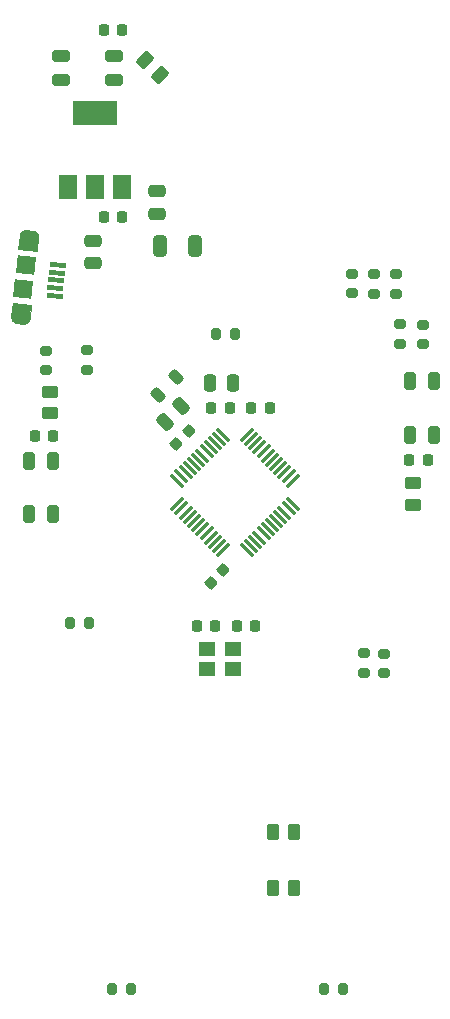
<source format=gbr>
%TF.GenerationSoftware,KiCad,Pcbnew,7.0.8*%
%TF.CreationDate,2024-06-06T10:31:46+02:00*%
%TF.ProjectId,BeerBoard,42656572-426f-4617-9264-2e6b69636164,rev?*%
%TF.SameCoordinates,Original*%
%TF.FileFunction,Paste,Top*%
%TF.FilePolarity,Positive*%
%FSLAX46Y46*%
G04 Gerber Fmt 4.6, Leading zero omitted, Abs format (unit mm)*
G04 Created by KiCad (PCBNEW 7.0.8) date 2024-06-06 10:31:46*
%MOMM*%
%LPD*%
G01*
G04 APERTURE LIST*
G04 Aperture macros list*
%AMRoundRect*
0 Rectangle with rounded corners*
0 $1 Rounding radius*
0 $2 $3 $4 $5 $6 $7 $8 $9 X,Y pos of 4 corners*
0 Add a 4 corners polygon primitive as box body*
4,1,4,$2,$3,$4,$5,$6,$7,$8,$9,$2,$3,0*
0 Add four circle primitives for the rounded corners*
1,1,$1+$1,$2,$3*
1,1,$1+$1,$4,$5*
1,1,$1+$1,$6,$7*
1,1,$1+$1,$8,$9*
0 Add four rect primitives between the rounded corners*
20,1,$1+$1,$2,$3,$4,$5,0*
20,1,$1+$1,$4,$5,$6,$7,0*
20,1,$1+$1,$6,$7,$8,$9,0*
20,1,$1+$1,$8,$9,$2,$3,0*%
%AMRotRect*
0 Rectangle, with rotation*
0 The origin of the aperture is its center*
0 $1 length*
0 $2 width*
0 $3 Rotation angle, in degrees counterclockwise*
0 Add horizontal line*
21,1,$1,$2,0,0,$3*%
G04 Aperture macros list end*
%ADD10C,0.010000*%
%ADD11RoundRect,0.250000X-0.250000X0.500000X-0.250000X-0.500000X0.250000X-0.500000X0.250000X0.500000X0*%
%ADD12RoundRect,0.225000X-0.225000X-0.250000X0.225000X-0.250000X0.225000X0.250000X-0.225000X0.250000X0*%
%ADD13RoundRect,0.225000X0.225000X0.250000X-0.225000X0.250000X-0.225000X-0.250000X0.225000X-0.250000X0*%
%ADD14RoundRect,0.225000X-0.017678X0.335876X-0.335876X0.017678X0.017678X-0.335876X0.335876X-0.017678X0*%
%ADD15RoundRect,0.200000X-0.275000X0.200000X-0.275000X-0.200000X0.275000X-0.200000X0.275000X0.200000X0*%
%ADD16RoundRect,0.250000X0.262500X0.450000X-0.262500X0.450000X-0.262500X-0.450000X0.262500X-0.450000X0*%
%ADD17RoundRect,0.250000X0.450000X-0.262500X0.450000X0.262500X-0.450000X0.262500X-0.450000X-0.262500X0*%
%ADD18RoundRect,0.250000X-0.500000X-0.250000X0.500000X-0.250000X0.500000X0.250000X-0.500000X0.250000X0*%
%ADD19RotRect,0.400000X1.350000X264.000000*%
%ADD20RotRect,1.500000X1.550000X264.000000*%
%ADD21RoundRect,0.075000X-0.521491X0.415425X0.415425X-0.521491X0.521491X-0.415425X-0.415425X0.521491X0*%
%ADD22RoundRect,0.075000X-0.521491X-0.415425X-0.415425X-0.521491X0.521491X0.415425X0.415425X0.521491X0*%
%ADD23RoundRect,0.218750X-0.114905X0.424264X-0.424264X0.114905X0.114905X-0.424264X0.424264X-0.114905X0*%
%ADD24RoundRect,0.200000X0.200000X0.275000X-0.200000X0.275000X-0.200000X-0.275000X0.200000X-0.275000X0*%
%ADD25R,1.500000X2.000000*%
%ADD26R,3.800000X2.000000*%
%ADD27RoundRect,0.250000X0.159099X-0.512652X0.512652X-0.159099X-0.159099X0.512652X-0.512652X0.159099X0*%
%ADD28RoundRect,0.250000X-0.475000X0.250000X-0.475000X-0.250000X0.475000X-0.250000X0.475000X0.250000X0*%
%ADD29R,1.400000X1.200000*%
%ADD30RoundRect,0.250000X-0.503814X-0.132583X-0.132583X-0.503814X0.503814X0.132583X0.132583X0.503814X0*%
%ADD31RoundRect,0.250000X0.325000X0.650000X-0.325000X0.650000X-0.325000X-0.650000X0.325000X-0.650000X0*%
%ADD32RoundRect,0.200000X-0.200000X-0.275000X0.200000X-0.275000X0.200000X0.275000X-0.200000X0.275000X0*%
%ADD33RoundRect,0.225000X0.017678X-0.335876X0.335876X-0.017678X-0.017678X0.335876X-0.335876X0.017678X0*%
%ADD34RoundRect,0.250000X0.475000X-0.250000X0.475000X0.250000X-0.475000X0.250000X-0.475000X-0.250000X0*%
%ADD35RoundRect,0.250000X-0.250000X-0.475000X0.250000X-0.475000X0.250000X0.475000X-0.250000X0.475000X0*%
G04 APERTURE END LIST*
%TO.C,J3*%
D10*
X117666379Y-94550221D02*
X117692341Y-94551944D01*
X118239328Y-94609434D01*
X118265081Y-94613147D01*
X118290730Y-94617853D01*
X118316274Y-94623555D01*
X118341609Y-94631245D01*
X118365845Y-94639825D01*
X118390971Y-94649505D01*
X118413898Y-94660964D01*
X118436722Y-94673418D01*
X118459440Y-94686867D01*
X118480955Y-94702200D01*
X118501371Y-94718422D01*
X118521788Y-94734645D01*
X118541000Y-94752753D01*
X118559114Y-94771750D01*
X118576128Y-94791638D01*
X118592043Y-94812415D01*
X118606860Y-94834083D01*
X118620577Y-94856640D01*
X118632200Y-94879983D01*
X118643824Y-94903326D01*
X118654349Y-94927559D01*
X118662780Y-94952577D01*
X118670216Y-94977491D01*
X118676658Y-95002300D01*
X118680902Y-95028889D01*
X118684256Y-95054380D01*
X118686511Y-95080760D01*
X118686777Y-95106931D01*
X118686048Y-95132998D01*
X118684325Y-95158960D01*
X118564640Y-96297687D01*
X117023131Y-96135668D01*
X117142816Y-94996941D01*
X117146528Y-94971187D01*
X117151235Y-94945539D01*
X117156936Y-94919995D01*
X117164627Y-94894660D01*
X117173207Y-94870424D01*
X117182887Y-94845298D01*
X117194346Y-94822371D01*
X117206800Y-94799547D01*
X117220248Y-94776829D01*
X117235581Y-94755313D01*
X117251804Y-94734897D01*
X117268027Y-94714481D01*
X117286134Y-94695269D01*
X117305132Y-94677155D01*
X117325019Y-94660141D01*
X117345797Y-94644226D01*
X117367464Y-94629409D01*
X117390022Y-94615692D01*
X117413365Y-94604068D01*
X117436707Y-94592445D01*
X117460940Y-94581920D01*
X117485959Y-94573489D01*
X117510872Y-94566052D01*
X117535682Y-94559610D01*
X117562271Y-94555366D01*
X117587761Y-94552013D01*
X117614141Y-94549758D01*
X117640313Y-94549492D01*
X117666379Y-94550221D01*
G36*
X117666379Y-94550221D02*
G01*
X117692341Y-94551944D01*
X118239328Y-94609434D01*
X118265081Y-94613147D01*
X118290730Y-94617853D01*
X118316274Y-94623555D01*
X118341609Y-94631245D01*
X118365845Y-94639825D01*
X118390971Y-94649505D01*
X118413898Y-94660964D01*
X118436722Y-94673418D01*
X118459440Y-94686867D01*
X118480955Y-94702200D01*
X118501371Y-94718422D01*
X118521788Y-94734645D01*
X118541000Y-94752753D01*
X118559114Y-94771750D01*
X118576128Y-94791638D01*
X118592043Y-94812415D01*
X118606860Y-94834083D01*
X118620577Y-94856640D01*
X118632200Y-94879983D01*
X118643824Y-94903326D01*
X118654349Y-94927559D01*
X118662780Y-94952577D01*
X118670216Y-94977491D01*
X118676658Y-95002300D01*
X118680902Y-95028889D01*
X118684256Y-95054380D01*
X118686511Y-95080760D01*
X118686777Y-95106931D01*
X118686048Y-95132998D01*
X118684325Y-95158960D01*
X118564640Y-96297687D01*
X117023131Y-96135668D01*
X117142816Y-94996941D01*
X117146528Y-94971187D01*
X117151235Y-94945539D01*
X117156936Y-94919995D01*
X117164627Y-94894660D01*
X117173207Y-94870424D01*
X117182887Y-94845298D01*
X117194346Y-94822371D01*
X117206800Y-94799547D01*
X117220248Y-94776829D01*
X117235581Y-94755313D01*
X117251804Y-94734897D01*
X117268027Y-94714481D01*
X117286134Y-94695269D01*
X117305132Y-94677155D01*
X117325019Y-94660141D01*
X117345797Y-94644226D01*
X117367464Y-94629409D01*
X117390022Y-94615692D01*
X117413365Y-94604068D01*
X117436707Y-94592445D01*
X117460940Y-94581920D01*
X117485959Y-94573489D01*
X117510872Y-94566052D01*
X117535682Y-94559610D01*
X117562271Y-94555366D01*
X117587761Y-94552013D01*
X117614141Y-94549758D01*
X117640313Y-94549492D01*
X117666379Y-94550221D01*
G37*
X118083809Y-100872488D02*
X117964124Y-102011215D01*
X117960412Y-102036969D01*
X117955705Y-102062617D01*
X117950004Y-102088161D01*
X117942313Y-102113496D01*
X117933733Y-102137732D01*
X117924053Y-102162858D01*
X117912594Y-102185785D01*
X117900140Y-102208609D01*
X117886692Y-102231327D01*
X117871359Y-102252843D01*
X117855136Y-102273259D01*
X117838913Y-102293675D01*
X117820806Y-102312887D01*
X117801808Y-102331001D01*
X117781921Y-102348015D01*
X117761143Y-102363930D01*
X117739476Y-102378747D01*
X117716918Y-102392464D01*
X117693575Y-102404088D01*
X117670233Y-102415711D01*
X117646000Y-102426236D01*
X117620981Y-102434667D01*
X117596068Y-102442104D01*
X117571258Y-102448546D01*
X117544669Y-102452790D01*
X117519179Y-102456143D01*
X117492799Y-102458398D01*
X117466627Y-102458664D01*
X117440561Y-102457935D01*
X117414599Y-102456212D01*
X116867612Y-102398722D01*
X116841859Y-102395009D01*
X116816210Y-102390303D01*
X116790666Y-102384601D01*
X116765331Y-102376911D01*
X116741095Y-102368331D01*
X116715969Y-102358651D01*
X116693042Y-102347192D01*
X116670218Y-102334738D01*
X116647500Y-102321289D01*
X116625985Y-102305956D01*
X116605569Y-102289734D01*
X116585152Y-102273511D01*
X116565940Y-102255403D01*
X116547826Y-102236406D01*
X116530812Y-102216518D01*
X116514897Y-102195741D01*
X116500080Y-102174073D01*
X116486363Y-102151516D01*
X116474740Y-102128173D01*
X116463116Y-102104830D01*
X116452591Y-102080597D01*
X116444160Y-102055579D01*
X116436724Y-102030665D01*
X116430282Y-102005856D01*
X116426038Y-101979267D01*
X116422684Y-101953776D01*
X116420429Y-101927396D01*
X116420163Y-101901225D01*
X116420892Y-101875158D01*
X116422615Y-101849196D01*
X116542300Y-100710469D01*
X118083809Y-100872488D01*
G36*
X118083809Y-100872488D02*
G01*
X117964124Y-102011215D01*
X117960412Y-102036969D01*
X117955705Y-102062617D01*
X117950004Y-102088161D01*
X117942313Y-102113496D01*
X117933733Y-102137732D01*
X117924053Y-102162858D01*
X117912594Y-102185785D01*
X117900140Y-102208609D01*
X117886692Y-102231327D01*
X117871359Y-102252843D01*
X117855136Y-102273259D01*
X117838913Y-102293675D01*
X117820806Y-102312887D01*
X117801808Y-102331001D01*
X117781921Y-102348015D01*
X117761143Y-102363930D01*
X117739476Y-102378747D01*
X117716918Y-102392464D01*
X117693575Y-102404088D01*
X117670233Y-102415711D01*
X117646000Y-102426236D01*
X117620981Y-102434667D01*
X117596068Y-102442104D01*
X117571258Y-102448546D01*
X117544669Y-102452790D01*
X117519179Y-102456143D01*
X117492799Y-102458398D01*
X117466627Y-102458664D01*
X117440561Y-102457935D01*
X117414599Y-102456212D01*
X116867612Y-102398722D01*
X116841859Y-102395009D01*
X116816210Y-102390303D01*
X116790666Y-102384601D01*
X116765331Y-102376911D01*
X116741095Y-102368331D01*
X116715969Y-102358651D01*
X116693042Y-102347192D01*
X116670218Y-102334738D01*
X116647500Y-102321289D01*
X116625985Y-102305956D01*
X116605569Y-102289734D01*
X116585152Y-102273511D01*
X116565940Y-102255403D01*
X116547826Y-102236406D01*
X116530812Y-102216518D01*
X116514897Y-102195741D01*
X116500080Y-102174073D01*
X116486363Y-102151516D01*
X116474740Y-102128173D01*
X116463116Y-102104830D01*
X116452591Y-102080597D01*
X116444160Y-102055579D01*
X116436724Y-102030665D01*
X116430282Y-102005856D01*
X116426038Y-101979267D01*
X116422684Y-101953776D01*
X116420429Y-101927396D01*
X116420163Y-101901225D01*
X116420892Y-101875158D01*
X116422615Y-101849196D01*
X116542300Y-100710469D01*
X118083809Y-100872488D01*
G37*
%TD*%
D11*
%TO.C,SW1*%
X152200000Y-107350000D03*
X152200000Y-111850000D03*
X150200000Y-107350000D03*
X150200000Y-111850000D03*
%TD*%
D12*
%TO.C,C13*%
X135525000Y-128062500D03*
X137075000Y-128062500D03*
%TD*%
%TO.C,C6*%
X133347500Y-109590000D03*
X134897500Y-109590000D03*
%TD*%
D13*
%TO.C,C14*%
X133700000Y-128062500D03*
X132150000Y-128062500D03*
%TD*%
D12*
%TO.C,C1*%
X150125000Y-114000000D03*
X151675000Y-114000000D03*
%TD*%
D14*
%TO.C,C8*%
X134384008Y-123303992D03*
X133287992Y-124400008D03*
%TD*%
D15*
%TO.C,R16*%
X146290000Y-130375000D03*
X146290000Y-132025000D03*
%TD*%
D16*
%TO.C,R3*%
X140362500Y-150200000D03*
X138537500Y-150200000D03*
%TD*%
D17*
%TO.C,R1*%
X150400000Y-117812500D03*
X150400000Y-115987500D03*
%TD*%
D18*
%TO.C,SW4*%
X120650000Y-79800000D03*
X125150000Y-79800000D03*
X120650000Y-81800000D03*
X125150000Y-81800000D03*
%TD*%
D19*
%TO.C,J3*%
X120349703Y-97490813D03*
X120281760Y-98137252D03*
X120213816Y-98783692D03*
X120145873Y-99430131D03*
X120077929Y-100076570D03*
D20*
X117657998Y-97509556D03*
X117448942Y-99498600D03*
%TD*%
D13*
%TO.C,C11*%
X125775000Y-93400000D03*
X124225000Y-93400000D03*
%TD*%
D21*
%TO.C,U1*%
X134361212Y-111852124D03*
X134007658Y-112205678D03*
X133654105Y-112559231D03*
X133300551Y-112912785D03*
X132946998Y-113266338D03*
X132593445Y-113619891D03*
X132239891Y-113973445D03*
X131886338Y-114326998D03*
X131532785Y-114680551D03*
X131179231Y-115034105D03*
X130825678Y-115387658D03*
X130472124Y-115741212D03*
D22*
X130472124Y-117738788D03*
X130825678Y-118092342D03*
X131179231Y-118445895D03*
X131532785Y-118799449D03*
X131886338Y-119153002D03*
X132239891Y-119506555D03*
X132593445Y-119860109D03*
X132946998Y-120213662D03*
X133300551Y-120567215D03*
X133654105Y-120920769D03*
X134007658Y-121274322D03*
X134361212Y-121627876D03*
D21*
X136358788Y-121627876D03*
X136712342Y-121274322D03*
X137065895Y-120920769D03*
X137419449Y-120567215D03*
X137773002Y-120213662D03*
X138126555Y-119860109D03*
X138480109Y-119506555D03*
X138833662Y-119153002D03*
X139187215Y-118799449D03*
X139540769Y-118445895D03*
X139894322Y-118092342D03*
X140247876Y-117738788D03*
D22*
X140247876Y-115741212D03*
X139894322Y-115387658D03*
X139540769Y-115034105D03*
X139187215Y-114680551D03*
X138833662Y-114326998D03*
X138480109Y-113973445D03*
X138126555Y-113619891D03*
X137773002Y-113266338D03*
X137419449Y-112912785D03*
X137065895Y-112559231D03*
X136712342Y-112205678D03*
X136358788Y-111852124D03*
%TD*%
D23*
%TO.C,FB1*%
X130377856Y-106968590D03*
X128875254Y-108471192D03*
%TD*%
D24*
%TO.C,R17*%
X144515000Y-158760000D03*
X142865000Y-158760000D03*
%TD*%
%TO.C,R13*%
X123005000Y-127760000D03*
X121355000Y-127760000D03*
%TD*%
D13*
%TO.C,C2*%
X119975000Y-111932000D03*
X118425000Y-111932000D03*
%TD*%
D15*
%TO.C,R12*%
X119390000Y-104765000D03*
X119390000Y-106415000D03*
%TD*%
D25*
%TO.C,U2*%
X121200000Y-90900000D03*
X123500000Y-90900000D03*
D26*
X123500000Y-84600000D03*
D25*
X125800000Y-90900000D03*
%TD*%
D27*
%TO.C,C10*%
X129454804Y-110791642D03*
X130798306Y-109448140D03*
%TD*%
D15*
%TO.C,R7*%
X148990000Y-98275000D03*
X148990000Y-99925000D03*
%TD*%
D28*
%TO.C,C4*%
X128725000Y-91250000D03*
X128725000Y-93150000D03*
%TD*%
D29*
%TO.C,Y1*%
X135225000Y-129962500D03*
X133025000Y-129962500D03*
X133025000Y-131662500D03*
X135225000Y-131662500D03*
%TD*%
D15*
%TO.C,R15*%
X147980000Y-130385000D03*
X147980000Y-132035000D03*
%TD*%
D30*
%TO.C,R18*%
X127754765Y-80154765D03*
X129045235Y-81445235D03*
%TD*%
D17*
%TO.C,R2*%
X119700000Y-110044500D03*
X119700000Y-108219500D03*
%TD*%
D15*
%TO.C,R9*%
X151260000Y-102535000D03*
X151260000Y-104185000D03*
%TD*%
D31*
%TO.C,C12*%
X131975000Y-95900000D03*
X129025000Y-95900000D03*
%TD*%
D12*
%TO.C,C15*%
X124225000Y-77600000D03*
X125775000Y-77600000D03*
%TD*%
D16*
%TO.C,R4*%
X140362500Y-145500000D03*
X138537500Y-145500000D03*
%TD*%
D32*
%TO.C,R14*%
X124945000Y-158800000D03*
X126595000Y-158800000D03*
%TD*%
D12*
%TO.C,C7*%
X136747500Y-109590000D03*
X138297500Y-109590000D03*
%TD*%
D15*
%TO.C,R5*%
X145240000Y-98250000D03*
X145240000Y-99900000D03*
%TD*%
D11*
%TO.C,SW2*%
X119950000Y-114082000D03*
X119950000Y-118582000D03*
X117950000Y-114082000D03*
X117950000Y-118582000D03*
%TD*%
D33*
%TO.C,C9*%
X130378547Y-112667899D03*
X131474563Y-111571883D03*
%TD*%
D15*
%TO.C,R8*%
X149320000Y-102505000D03*
X149320000Y-104155000D03*
%TD*%
%TO.C,R11*%
X122810000Y-104705000D03*
X122810000Y-106355000D03*
%TD*%
D34*
%TO.C,C3*%
X123300000Y-97350000D03*
X123300000Y-95450000D03*
%TD*%
D15*
%TO.C,R6*%
X147150000Y-98270000D03*
X147150000Y-99920000D03*
%TD*%
D24*
%TO.C,R10*%
X135365000Y-103320000D03*
X133715000Y-103320000D03*
%TD*%
D35*
%TO.C,C5*%
X133272500Y-107490000D03*
X135172500Y-107490000D03*
%TD*%
M02*

</source>
